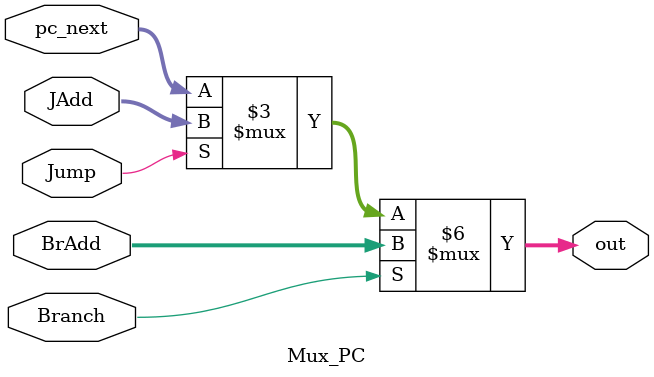
<source format=v>
`timescale 1ns / 1ps


module Mux_PC(Branch, Jump, pc_next, BrAdd, JAdd, out);
    input Branch, Jump;
    input [31:0] pc_next, BrAdd, JAdd;
    output reg [31:0] out;
    
    
    always @(Branch, Jump, pc_next) begin
        if (Branch)
            out <= BrAdd;
        else if (Jump)
            out <= JAdd;
        else
            out <= pc_next;
    end 
endmodule

</source>
